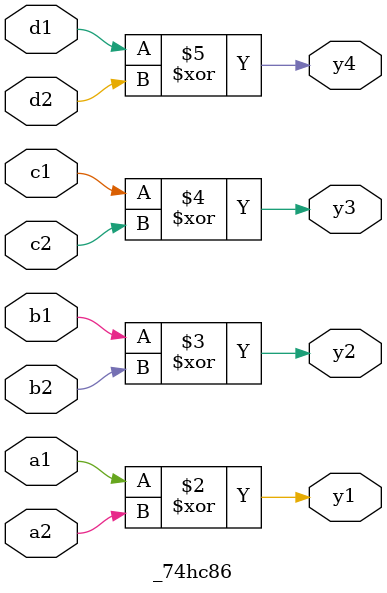
<source format=v>
module _74hc86(a1, a2, b1, b2, c1, c2, d1, d2, y1, y2, y3, y4);  // XOR Gate
    input a1, a2, b1, b2, c1, c2, d1, d2;
    output reg y1, y2, y3, y4;
    
    always
        @(a1 or a2 or b1 or b2 or c1 or c2 or d1 or d2)
        begin
            y1 <= a1 ^ a2;
            y2 <= b1 ^ b2;
            y3 <= c1 ^ c2;
            y4 <= d1 ^ d2;
        end
endmodule
</source>
